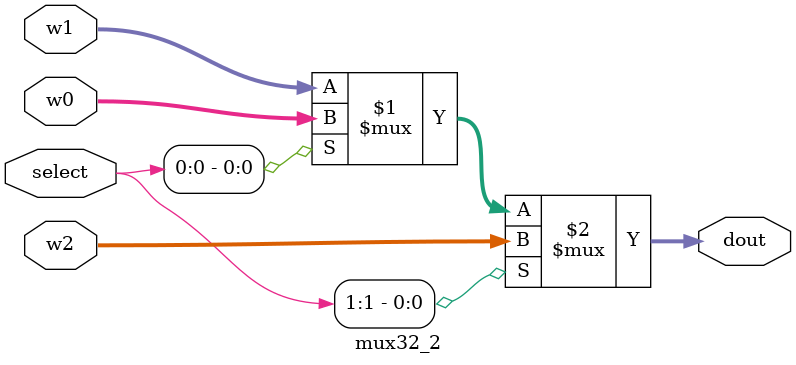
<source format=v>
module mux32_2 (
    input [1:0] select,
    input [31:0] w0,
    input [31:0] w1,
    input [31:0] w2,
    output [31:0] dout
);
// select == 3 일때도 w2를 사용하도록 함
  assign dout = select[1] ? w2 : (select[0] ? w0 : w1);

endmodule

</source>
